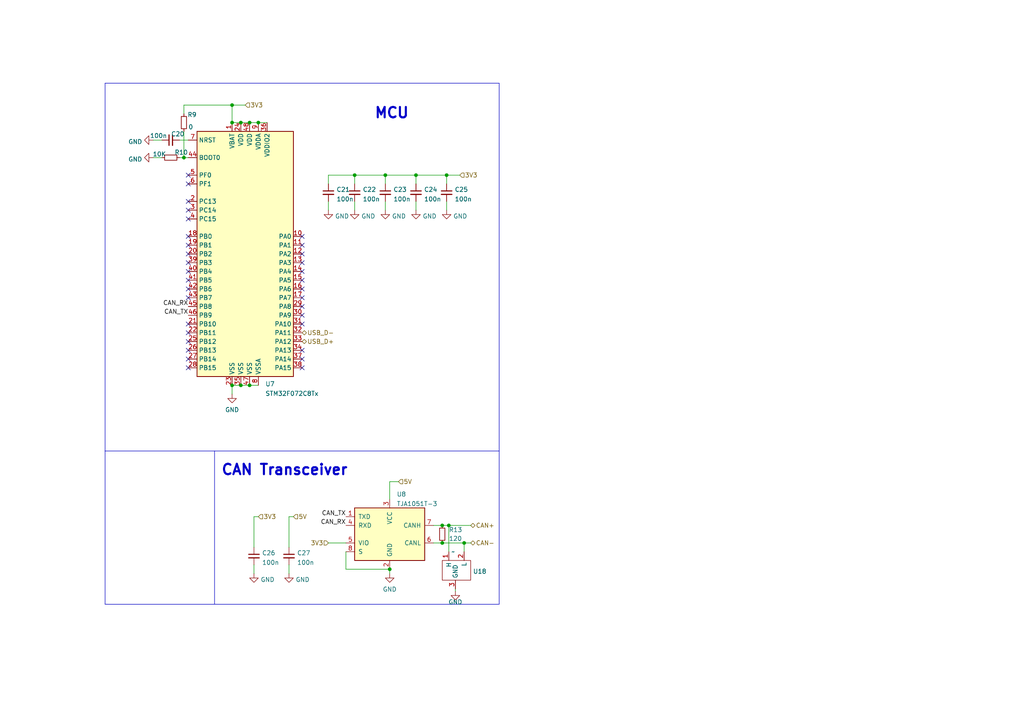
<source format=kicad_sch>
(kicad_sch (version 20230121) (generator eeschema)
  (paper "A4")
  (lib_symbols
    (symbol "Device:C_Small" (pin_numbers hide) (pin_names (offset 0.254) hide)
      (property "Reference" "C" (at 0.254 1.778 0))
      (property "Value" "C_Small" (at 0.254 -2.032 0))
      (symbol "C_Small_0_1"
        (polyline (pts (xy -1.524 -0.508) (xy 1.524 -0.508)) (stroke (width 0.3302)))
        (polyline (pts (xy -1.524 0.508) (xy 1.524 0.508)) (stroke (width 0.3048)))
      )
      (symbol "C_Small_1_1"
        (pin passive line (at 0 2.54 270) (length 2.032) (name "~") (number "1"))
        (pin passive line (at 0 -2.54 90) (length 2.032) (name "~") (number "2"))
      )
    )
    (symbol "Device:R_Small" (pin_numbers hide) (pin_names (offset 0.254) hide)
      (property "Reference" "R" (at 0.762 0.508 0))
      (property "Value" "R_Small" (at 0.762 -1.016 0))
      (symbol "R_Small_0_1"
        (rectangle (start -0.762 1.778) (end 0.762 -1.778) (stroke (width 0.2032)))
      )
      (symbol "R_Small_1_1"
        (pin passive line (at 0 2.54 270) (length 0.762) (name "~") (number "1"))
        (pin passive line (at 0 -2.54 90) (length 0.762) (name "~") (number "2"))
      )
    )
    (symbol "Extra IC:PESD1CAN"
      (property "Reference" "U" (at 3.81 -5.08 0))
      (symbol "PESD1CAN_0_1"
        (rectangle (start -4.445 3.81) (end 3.81 -1.905))
      )
      (symbol "PESD1CAN_1_1"
        (pin input line (at -2.54 6.35 270) (length 2.54) (name "H") (number "1"))
        (pin input line (at 1.905 6.35 270) (length 2.54) (name "L") (number "2"))
        (pin power_out line (at -0.635 -4.445 90) (length 2.54) (name "GND") (number "3"))
      )
    )
    (symbol "Interface_CAN_LIN:TJA1051T-3" (pin_names (offset 1.016))
      (property "Reference" "U" (at -10.16 8.89 0))
      (property "Value" "TJA1051T-3" (at 1.27 8.89 0))
      (symbol "TJA1051T-3_0_1"
        (rectangle (start -10.16 7.62) (end 10.16 -7.62) (stroke (width 0.254)) (fill (type background)))
      )
      (symbol "TJA1051T-3_1_1"
        (pin input line (at -12.7 5.08 0) (length 2.54) (name "TXD") (number "1"))
        (pin power_in line (at 0 -10.16 90) (length 2.54) (name "GND") (number "2"))
        (pin power_in line (at 0 10.16 270) (length 2.54) (name "VCC") (number "3"))
        (pin output line (at -12.7 2.54 0) (length 2.54) (name "RXD") (number "4"))
        (pin power_in line (at -12.7 -2.54 0) (length 2.54) (name "VIO") (number "5"))
        (pin bidirectional line (at 12.7 -2.54 180) (length 2.54) (name "CANL") (number "6"))
        (pin bidirectional line (at 12.7 2.54 180) (length 2.54) (name "CANH") (number "7"))
        (pin input line (at -12.7 -5.08 0) (length 2.54) (name "S") (number "8"))
      )
    )
    (symbol "MCU_ST_STM32F0:STM32F072C8Tx"
      (property "Reference" "U" (at -15.24 36.83 0))
      (property "Value" "STM32F072C8Tx" (at 7.62 36.83 0))
      (symbol "STM32F072C8Tx_0_1"
        (rectangle (start -15.24 -35.56) (end 12.7 35.56) (stroke (width 0.254)) (fill (type background)))
      )
      (symbol "STM32F072C8Tx_1_1"
        (pin power_in line (at -5.08 38.1 270) (length 2.54) (name "VBAT") (number "1"))
        (pin bidirectional line (at 15.24 5.08 180) (length 2.54) (name "PA0") (number "10"))
        (pin bidirectional line (at 15.24 2.54 180) (length 2.54) (name "PA1") (number "11"))
        (pin bidirectional line (at 15.24 0 180) (length 2.54) (name "PA2") (number "12"))
        (pin bidirectional line (at 15.24 -2.54 180) (length 2.54) (name "PA3") (number "13"))
        (pin bidirectional line (at 15.24 -5.08 180) (length 2.54) (name "PA4") (number "14"))
        (pin bidirectional line (at 15.24 -7.62 180) (length 2.54) (name "PA5") (number "15"))
        (pin bidirectional line (at 15.24 -10.16 180) (length 2.54) (name "PA6") (number "16"))
        (pin bidirectional line (at 15.24 -12.7 180) (length 2.54) (name "PA7") (number "17"))
        (pin bidirectional line (at -17.78 5.08 0) (length 2.54) (name "PB0") (number "18"))
        (pin bidirectional line (at -17.78 2.54 0) (length 2.54) (name "PB1") (number "19"))
        (pin bidirectional line (at -17.78 15.24 0) (length 2.54) (name "PC13") (number "2"))
        (pin bidirectional line (at -17.78 0 0) (length 2.54) (name "PB2") (number "20"))
        (pin bidirectional line (at -17.78 -20.32 0) (length 2.54) (name "PB10") (number "21"))
        (pin bidirectional line (at -17.78 -22.86 0) (length 2.54) (name "PB11") (number "22"))
        (pin power_in line (at -5.08 -38.1 90) (length 2.54) (name "VSS") (number "23"))
        (pin power_in line (at -2.54 38.1 270) (length 2.54) (name "VDD") (number "24"))
        (pin bidirectional line (at -17.78 -25.4 0) (length 2.54) (name "PB12") (number "25"))
        (pin bidirectional line (at -17.78 -27.94 0) (length 2.54) (name "PB13") (number "26"))
        (pin bidirectional line (at -17.78 -30.48 0) (length 2.54) (name "PB14") (number "27"))
        (pin bidirectional line (at -17.78 -33.02 0) (length 2.54) (name "PB15") (number "28"))
        (pin bidirectional line (at 15.24 -15.24 180) (length 2.54) (name "PA8") (number "29"))
        (pin bidirectional line (at -17.78 12.7 0) (length 2.54) (name "PC14") (number "3"))
        (pin bidirectional line (at 15.24 -17.78 180) (length 2.54) (name "PA9") (number "30"))
        (pin bidirectional line (at 15.24 -20.32 180) (length 2.54) (name "PA10") (number "31"))
        (pin bidirectional line (at 15.24 -22.86 180) (length 2.54) (name "PA11") (number "32"))
        (pin bidirectional line (at 15.24 -25.4 180) (length 2.54) (name "PA12") (number "33"))
        (pin bidirectional line (at 15.24 -27.94 180) (length 2.54) (name "PA13") (number "34"))
        (pin power_in line (at -2.54 -38.1 90) (length 2.54) (name "VSS") (number "35"))
        (pin power_in line (at 5.08 38.1 270) (length 2.54) (name "VDDIO2") (number "36"))
        (pin bidirectional line (at 15.24 -30.48 180) (length 2.54) (name "PA14") (number "37"))
        (pin bidirectional line (at 15.24 -33.02 180) (length 2.54) (name "PA15") (number "38"))
        (pin bidirectional line (at -17.78 -2.54 0) (length 2.54) (name "PB3") (number "39"))
        (pin bidirectional line (at -17.78 10.16 0) (length 2.54) (name "PC15") (number "4"))
        (pin bidirectional line (at -17.78 -5.08 0) (length 2.54) (name "PB4") (number "40"))
        (pin bidirectional line (at -17.78 -7.62 0) (length 2.54) (name "PB5") (number "41"))
        (pin bidirectional line (at -17.78 -10.16 0) (length 2.54) (name "PB6") (number "42"))
        (pin bidirectional line (at -17.78 -12.7 0) (length 2.54) (name "PB7") (number "43"))
        (pin input line (at -17.78 27.94 0) (length 2.54) (name "BOOT0") (number "44"))
        (pin bidirectional line (at -17.78 -15.24 0) (length 2.54) (name "PB8") (number "45"))
        (pin bidirectional line (at -17.78 -17.78 0) (length 2.54) (name "PB9") (number "46"))
        (pin power_in line (at 0 -38.1 90) (length 2.54) (name "VSS") (number "47"))
        (pin power_in line (at 0 38.1 270) (length 2.54) (name "VDD") (number "48"))
        (pin input line (at -17.78 22.86 0) (length 2.54) (name "PF0") (number "5"))
        (pin input line (at -17.78 20.32 0) (length 2.54) (name "PF1") (number "6"))
        (pin input line (at -17.78 33.02 0) (length 2.54) (name "NRST") (number "7"))
        (pin power_in line (at 2.54 -38.1 90) (length 2.54) (name "VSSA") (number "8"))
        (pin power_in line (at 2.54 38.1 270) (length 2.54) (name "VDDA") (number "9"))
      )
    )
    (symbol "power:GND" (power) (pin_names (offset 0))
      (property "Value" "GND" (at 0 -3.81 0))
      (symbol "GND_0_1"
        (polyline (pts (xy 0 0) (xy 0 -1.27) (xy 1.27 -1.27) (xy 0 -2.54) (xy -1.27 -1.27) (xy 0 -1.27)))
      )
      (symbol "GND_1_1"
        (pin power_in line (at 0 0 270) (length 0) hide (name "GND") (number "1"))
      )
    )
  )
  (junction (at 69.85 35.56))
  (junction (at 129.54 50.8))
  (junction (at 134.62 157.48))
  (junction (at 69.85 111.76))
  (junction (at 128.27 152.4))
  (junction (at 67.31 111.76))
  (junction (at 130.175 152.4))
  (junction (at 67.31 30.48))
  (junction (at 120.65 50.8))
  (junction (at 74.93 35.56))
  (junction (at 72.39 111.76))
  (junction (at 113.03 165.1))
  (junction (at 72.39 35.56))
  (junction (at 102.87 50.8))
  (junction (at 111.76 50.8))
  (junction (at 128.27 157.48))
  (junction (at 53.34 45.72))
  (junction (at 67.31 35.56))
  (no_connect (at 54.61 96.52))
  (no_connect (at 87.63 106.68))
  (no_connect (at 87.63 76.2))
  (no_connect (at 54.61 106.68))
  (no_connect (at 54.61 101.6))
  (no_connect (at 87.63 83.82))
  (no_connect (at 54.61 99.06))
  (no_connect (at 87.63 101.6))
  (no_connect (at 87.63 104.14))
  (no_connect (at 87.63 91.44))
  (no_connect (at 87.63 86.36))
  (no_connect (at 87.63 81.28))
  (no_connect (at 87.63 88.9))
  (no_connect (at 54.61 104.14))
  (no_connect (at 87.63 73.66))
  (no_connect (at 87.63 78.74))
  (no_connect (at 54.61 93.98))
  (no_connect (at 54.61 53.34))
  (no_connect (at 54.61 58.42))
  (no_connect (at 54.61 60.96))
  (no_connect (at 54.61 63.5))
  (no_connect (at 54.61 68.58))
  (no_connect (at 54.61 81.28))
  (no_connect (at 54.61 83.82))
  (no_connect (at 54.61 86.36))
  (no_connect (at 54.61 50.8))
  (no_connect (at 54.61 71.12))
  (no_connect (at 54.61 73.66))
  (no_connect (at 54.61 76.2))
  (no_connect (at 54.61 78.74))
  (no_connect (at 87.63 68.58))
  (no_connect (at 87.63 71.12))
  (no_connect (at 87.63 93.98))
  (wire (pts (xy 132.08 171.45) (xy 132.08 170.815)))
  (wire (pts (xy 72.39 111.76) (xy 74.93 111.76)))
  (wire (pts (xy 113.03 165.1) (xy 113.03 166.37)))
  (wire (pts (xy 115.57 139.7) (xy 113.03 139.7)))
  (wire (pts (xy 129.54 50.8) (xy 133.35 50.8)))
  (polyline (pts (xy 30.48 130.81) (xy 144.78 130.81)))
  (wire (pts (xy 53.34 45.72) (xy 54.61 45.72)))
  (wire (pts (xy 113.03 139.7) (xy 113.03 144.78)))
  (wire (pts (xy 67.31 30.48) (xy 53.34 30.48)))
  (wire (pts (xy 95.25 50.8) (xy 95.25 53.34)))
  (wire (pts (xy 111.76 50.8) (xy 111.76 53.34)))
  (wire (pts (xy 95.25 157.48) (xy 100.33 157.48)))
  (wire (pts (xy 44.45 40.64) (xy 46.99 40.64)))
  (wire (pts (xy 100.33 165.1) (xy 113.03 165.1)))
  (wire (pts (xy 130.175 152.4) (xy 130.175 160.02)))
  (wire (pts (xy 69.85 111.76) (xy 72.39 111.76)))
  (wire (pts (xy 100.33 160.02) (xy 100.33 165.1)))
  (wire (pts (xy 67.31 35.56) (xy 69.85 35.56)))
  (polyline (pts (xy 30.48 24.13) (xy 30.48 130.81)))
  (wire (pts (xy 95.25 50.8) (xy 102.87 50.8)))
  (wire (pts (xy 125.73 152.4) (xy 128.27 152.4)))
  (wire (pts (xy 44.45 45.72) (xy 46.99 45.72)))
  (wire (pts (xy 74.93 149.86) (xy 73.66 149.86)))
  (wire (pts (xy 73.66 149.86) (xy 73.66 158.75)))
  (wire (pts (xy 53.34 30.48) (xy 53.34 33.02)))
  (polyline (pts (xy 30.48 130.81) (xy 30.48 175.26)))
  (polyline (pts (xy 144.78 130.81) (xy 144.78 24.13)))
  (wire (pts (xy 85.09 149.86) (xy 83.82 149.86)))
  (wire (pts (xy 102.87 50.8) (xy 111.76 50.8)))
  (wire (pts (xy 72.39 35.56) (xy 74.93 35.56)))
  (wire (pts (xy 53.34 38.1) (xy 53.34 45.72)))
  (wire (pts (xy 128.27 157.48) (xy 134.62 157.48)))
  (wire (pts (xy 52.07 45.72) (xy 53.34 45.72)))
  (wire (pts (xy 130.175 152.4) (xy 136.525 152.4)))
  (wire (pts (xy 120.65 50.8) (xy 120.65 53.34)))
  (wire (pts (xy 129.54 58.42) (xy 129.54 60.96)))
  (wire (pts (xy 67.31 30.48) (xy 67.31 35.56)))
  (wire (pts (xy 102.87 50.8) (xy 102.87 53.34)))
  (wire (pts (xy 95.25 58.42) (xy 95.25 60.96)))
  (wire (pts (xy 128.27 152.4) (xy 130.175 152.4)))
  (wire (pts (xy 134.62 157.48) (xy 134.62 160.02)))
  (polyline (pts (xy 30.48 175.26) (xy 144.78 175.26)))
  (wire (pts (xy 83.82 149.86) (xy 83.82 158.75)))
  (wire (pts (xy 102.87 58.42) (xy 102.87 60.96)))
  (wire (pts (xy 73.66 163.83) (xy 73.66 166.37)))
  (wire (pts (xy 67.31 111.76) (xy 67.31 114.3)))
  (wire (pts (xy 120.65 50.8) (xy 129.54 50.8)))
  (wire (pts (xy 74.93 35.56) (xy 77.47 35.56)))
  (wire (pts (xy 129.54 50.8) (xy 129.54 53.34)))
  (wire (pts (xy 83.82 163.83) (xy 83.82 166.37)))
  (wire (pts (xy 125.73 157.48) (xy 128.27 157.48)))
  (polyline (pts (xy 144.78 175.26) (xy 144.78 130.81)))
  (polyline (pts (xy 30.48 24.13) (xy 144.78 24.13)))
  (wire (pts (xy 52.07 40.64) (xy 54.61 40.64)))
  (wire (pts (xy 69.85 35.56) (xy 72.39 35.56)))
  (wire (pts (xy 111.76 58.42) (xy 111.76 60.96)))
  (wire (pts (xy 120.65 58.42) (xy 120.65 60.96)))
  (wire (pts (xy 71.12 30.48) (xy 67.31 30.48)))
  (polyline (pts (xy 62.23 130.81) (xy 62.23 175.26)))
  (wire (pts (xy 134.62 157.48) (xy 136.525 157.48)))
  (wire (pts (xy 111.76 50.8) (xy 120.65 50.8)))
  (wire (pts (xy 67.31 111.76) (xy 69.85 111.76)))
  (text "CAN Transceiver" (at 64.008 138.176 0) (effects (font (size 3 3) (thickness 0.6) bold) (justify left bottom)))
  (text "MCU" (at 108.458 34.671 0) (effects (font (size 3 3) (thickness 0.6) bold) (justify left bottom)))
  (label "CAN_TX" (at 100.33 149.86 180))
  (label "CAN_TX" (at 54.61 91.44 180))
  (label "CAN_RX" (at 54.61 88.9 180))
  (label "CAN_RX" (at 100.33 152.4 180))
  (hierarchical_label "3V3" (shape input) (at 71.12 30.48 0))
  (hierarchical_label "5V" (shape input) (at 115.57 139.7 0))
  (hierarchical_label "USB_D+" (shape bidirectional) (at 87.63 99.06 0))
  (hierarchical_label "USB_D-" (shape bidirectional) (at 87.63 96.52 0))
  (hierarchical_label "3V3" (shape input) (at 74.93 149.86 0))
  (hierarchical_label "5V" (shape input) (at 85.09 149.86 0))
  (hierarchical_label "3V3" (shape input) (at 95.25 157.48 180))
  (hierarchical_label "CAN-" (shape bidirectional) (at 136.525 157.48 0))
  (hierarchical_label "CAN+" (shape bidirectional) (at 136.525 152.4 0))
  (hierarchical_label "3V3" (shape input) (at 133.35 50.8 0))
  (symbol (lib_id "Device:C_Small") (at 120.65 55.88 0) (unit 1)
    (property "Reference" "C24" (at 122.9741 54.9778 0) (effects (justify left)))
    (property "Value" "100n" (at 122.9741 57.7529 0) (effects (justify left)))
    (property "Footprint" "Capacitor_SMD:C_0603_1608Metric" (effects hide))
    (instances (project "MainBoard" (path "" (reference "C24") (unit 1)) (path "" (reference "C43") (unit 1)) (path "" (reference "C51") (unit 1)) (path "" (reference "C11") (unit 1))))
  )
  (symbol (lib_id "power:GND") (at 44.45 45.72 270) (unit 1)
    (property "Reference" "#PWR041" (effects hide))
    (property "Value" "GND" (at 41.2751 46.199 90) (effects (justify right)))
    (instances (project "MainBoard" (path "" (reference "#PWR041") (unit 1)) (path "" (reference "#PWR075") (unit 1)) (path "" (reference "#PWR086") (unit 1)) (path "" (reference "#PWR022") (unit 1))))
  )
  (symbol (lib_id "power:GND") (at 102.87 60.96 0) (unit 1)
    (property "Reference" "#PWR043" (effects hide))
    (property "Value" "GND" (at 104.775 62.709 0) (effects (justify left)))
    (instances (project "MainBoard" (path "" (reference "#PWR043") (unit 1)) (path "" (reference "#PWR077") (unit 1)) (path "" (reference "#PWR088") (unit 1)) (path "" (reference "#PWR024") (unit 1))))
  )
  (symbol (lib_id "Interface_CAN_LIN:TJA1051T-3") (at 113.03 154.94 0) (unit 1)
    (property "Reference" "U8" (at 115.0494 143.3535 0) (effects (justify left)))
    (property "Value" "TJA1051T-3" (at 115.0494 146.1286 0) (effects (justify left)))
    (property "Footprint" "Package_SO:SOIC-8_3.9x4.9mm_P1.27mm" (effects hide))
    (property "Datasheet" "http://www.nxp.com/documents/data_sheet/TJA1051.pdf" (effects hide))
    (instances (project "MainBoard" (path "" (reference "U8") (unit 1)) (path "" (reference "U14") (unit 1)) (path "" (reference "U16") (unit 1)) (path "" (reference "U5") (unit 1))))
  )
  (symbol (lib_id "power:GND") (at 73.66 166.37 0) (unit 1)
    (property "Reference" "#PWR048" (effects hide))
    (property "Value" "GND" (at 75.565 168.119 0) (effects (justify left)))
    (instances (project "MainBoard" (path "" (reference "#PWR048") (unit 1)) (path "" (reference "#PWR082") (unit 1)) (path "" (reference "#PWR093") (unit 1)) (path "" (reference "#PWR029") (unit 1))))
  )
  (symbol (lib_id "power:GND") (at 95.25 60.96 0) (unit 1)
    (property "Reference" "#PWR042" (effects hide))
    (property "Value" "GND" (at 97.155 62.709 0) (effects (justify left)))
    (instances (project "MainBoard" (path "" (reference "#PWR042") (unit 1)) (path "" (reference "#PWR076") (unit 1)) (path "" (reference "#PWR087") (unit 1)) (path "" (reference "#PWR023") (unit 1))))
  )
  (symbol (lib_id "Device:C_Small") (at 111.76 55.88 0) (unit 1)
    (property "Reference" "C23" (at 114.0841 54.9778 0) (effects (justify left)))
    (property "Value" "100n" (at 114.0841 57.7529 0) (effects (justify left)))
    (property "Footprint" "Capacitor_SMD:C_0603_1608Metric" (effects hide))
    (instances (project "MainBoard" (path "" (reference "C23") (unit 1)) (path "" (reference "C42") (unit 1)) (path "" (reference "C50") (unit 1)) (path "" (reference "C10") (unit 1))))
  )
  (symbol (lib_id "power:GND") (at 120.65 60.96 0) (unit 1)
    (property "Reference" "#PWR045" (effects hide))
    (property "Value" "GND" (at 122.555 62.709 0) (effects (justify left)))
    (instances (project "MainBoard" (path "" (reference "#PWR045") (unit 1)) (path "" (reference "#PWR079") (unit 1)) (path "" (reference "#PWR090") (unit 1)) (path "" (reference "#PWR026") (unit 1))))
  )
  (symbol (lib_id "Extra IC:PESD1CAN") (at 132.715 166.37 0) (unit 1)
    (property "Reference" "U18" (at 137.16 165.7343 0) (effects (justify left)))
    (property "Value" "~" (at 131.445 160.02 0))
    (property "Footprint" "Package_TO_SOT_SMD:SOT-23-3" (effects hide))
    (instances (project "MainBoard" (path "" (reference "U18") (unit 1)) (path "" (reference "U19") (unit 1)) (path "" (reference "U20") (unit 1)) (path "" (reference "U21") (unit 1))) (project "USB2XXX" (path "" (reference "U10") (unit 1))))
  )
  (symbol (lib_id "power:GND") (at 44.45 40.64 270) (unit 1)
    (property "Reference" "#PWR040" (effects hide))
    (property "Value" "GND" (at 41.2751 41.119 90) (effects (justify right)))
    (instances (project "MainBoard" (path "" (reference "#PWR040") (unit 1)) (path "" (reference "#PWR074") (unit 1)) (path "" (reference "#PWR085") (unit 1)) (path "" (reference "#PWR021") (unit 1))))
  )
  (symbol (lib_id "power:GND") (at 113.03 166.37 0) (unit 1)
    (property "Reference" "#PWR050" (effects hide))
    (property "Value" "GND" (at 113.03 170.9325 0))
    (instances (project "MainBoard" (path "" (reference "#PWR050") (unit 1)) (path "" (reference "#PWR084") (unit 1)) (path "" (reference "#PWR095") (unit 1)) (path "" (reference "#PWR031") (unit 1))))
  )
  (symbol (lib_id "Device:C_Small") (at 102.87 55.88 0) (unit 1)
    (property "Reference" "C22" (at 105.1941 54.9778 0) (effects (justify left)))
    (property "Value" "100n" (at 105.1941 57.7529 0) (effects (justify left)))
    (property "Footprint" "Capacitor_SMD:C_0603_1608Metric" (effects hide))
    (instances (project "MainBoard" (path "" (reference "C22") (unit 1)) (path "" (reference "C41") (unit 1)) (path "" (reference "C49") (unit 1)) (path "" (reference "C9") (unit 1))))
  )
  (symbol (lib_id "Device:R_Small") (at 128.27 154.94 0) (unit 1)
    (property "Reference" "R13" (at 130.175 153.67 0) (effects (justify left)))
    (property "Value" "120" (at 130.175 156.21 0) (effects (justify left)))
    (property "Footprint" "Resistor_SMD:R_0603_1608Metric" (effects hide))
    (instances (project "MainBoard" (path "" (reference "R13") (unit 1)) (path "" (reference "R25") (unit 1)) (path "" (reference "R30") (unit 1)) (path "" (reference "R8") (unit 1))))
  )
  (symbol (lib_id "Device:R_Small") (at 53.34 35.56 180) (unit 1)
    (property "Reference" "R9" (at 54.356 33.274 0) (effects (justify right)))
    (property "Value" "0" (at 54.61 36.83 0) (effects (justify right)))
    (property "Footprint" "Resistor_SMD:R_0603_1608Metric" (effects hide))
    (instances (project "MainBoard" (path "" (reference "R9") (unit 1)) (path "" (reference "R21") (unit 1)) (path "" (reference "R26") (unit 1)) (path "" (reference "R4") (unit 1))))
  )
  (symbol (lib_id "power:GND") (at 67.31 114.3 0) (unit 1)
    (property "Reference" "#PWR047" (effects hide))
    (property "Value" "GND" (at 67.31 118.8625 0))
    (instances (project "MainBoard" (path "" (reference "#PWR047") (unit 1)) (path "" (reference "#PWR081") (unit 1)) (path "" (reference "#PWR092") (unit 1)) (path "" (reference "#PWR028") (unit 1))))
  )
  (symbol (lib_id "power:GND") (at 132.08 171.45 0) (unit 1)
    (property "Reference" "#PWR066" (effects hide))
    (property "Value" "GND" (at 132.08 174.625 0))
    (instances (project "MainBoard" (path "" (reference "#PWR066") (unit 1)) (path "" (reference "#PWR071") (unit 1)) (path "" (reference "#PWR096") (unit 1)) (path "" (reference "#PWR037") (unit 1))))
  )
  (symbol (lib_id "power:GND") (at 83.82 166.37 0) (unit 1)
    (property "Reference" "#PWR049" (effects hide))
    (property "Value" "GND" (at 85.725 168.119 0) (effects (justify left)))
    (instances (project "MainBoard" (path "" (reference "#PWR049") (unit 1)) (path "" (reference "#PWR083") (unit 1)) (path "" (reference "#PWR094") (unit 1)) (path "" (reference "#PWR030") (unit 1))))
  )
  (symbol (lib_id "Device:C_Small") (at 73.66 161.29 0) (unit 1)
    (property "Reference" "C26" (at 75.9841 160.3878 0) (effects (justify left)))
    (property "Value" "100n" (at 75.9841 163.1629 0) (effects (justify left)))
    (property "Footprint" "Capacitor_SMD:C_0603_1608Metric" (effects hide))
    (instances (project "MainBoard" (path "" (reference "C26") (unit 1)) (path "" (reference "C45") (unit 1)) (path "" (reference "C53") (unit 1)) (path "" (reference "C13") (unit 1))))
  )
  (symbol (lib_id "Device:C_Small") (at 95.25 55.88 0) (unit 1)
    (property "Reference" "C21" (at 97.5741 54.9778 0) (effects (justify left)))
    (property "Value" "100n" (at 97.5741 57.7529 0) (effects (justify left)))
    (property "Footprint" "Capacitor_SMD:C_0603_1608Metric" (effects hide))
    (instances (project "MainBoard" (path "" (reference "C21") (unit 1)) (path "" (reference "C40") (unit 1)) (path "" (reference "C48") (unit 1)) (path "" (reference "C8") (unit 1))))
  )
  (symbol (lib_id "Device:C_Small") (at 49.53 40.64 90) (unit 1)
    (property "Reference" "C20" (at 51.562 38.862 90))
    (property "Value" "100n" (at 45.974 39.37 90))
    (property "Footprint" "Capacitor_SMD:C_0603_1608Metric" (effects hide))
    (instances (project "MainBoard" (path "" (reference "C20") (unit 1)) (path "" (reference "C39") (unit 1)) (path "" (reference "C47") (unit 1)) (path "" (reference "C7") (unit 1))))
  )
  (symbol (lib_id "power:GND") (at 111.76 60.96 0) (unit 1)
    (property "Reference" "#PWR044" (effects hide))
    (property "Value" "GND" (at 113.665 62.709 0) (effects (justify left)))
    (instances (project "MainBoard" (path "" (reference "#PWR044") (unit 1)) (path "" (reference "#PWR078") (unit 1)) (path "" (reference "#PWR089") (unit 1)) (path "" (reference "#PWR025") (unit 1))))
  )
  (symbol (lib_id "Device:R_Small") (at 49.53 45.72 90) (unit 1)
    (property "Reference" "R10" (at 52.578 44.196 90))
    (property "Value" "10K" (at 46.228 44.704 90))
    (property "Footprint" "Resistor_SMD:R_0603_1608Metric" (effects hide))
    (instances (project "MainBoard" (path "" (reference "R10") (unit 1)) (path "" (reference "R22") (unit 1)) (path "" (reference "R27") (unit 1)) (path "" (reference "R5") (unit 1))))
  )
  (symbol (lib_id "Device:C_Small") (at 83.82 161.29 0) (unit 1)
    (property "Reference" "C27" (at 86.1441 160.3878 0) (effects (justify left)))
    (property "Value" "100n" (at 86.1441 163.1629 0) (effects (justify left)))
    (property "Footprint" "Capacitor_SMD:C_0603_1608Metric" (effects hide))
    (instances (project "MainBoard" (path "" (reference "C27") (unit 1)) (path "" (reference "C46") (unit 1)) (path "" (reference "C54") (unit 1)) (path "" (reference "C14") (unit 1))))
  )
  (symbol (lib_id "power:GND") (at 129.54 60.96 0) (unit 1)
    (property "Reference" "#PWR046" (effects hide))
    (property "Value" "GND" (at 131.445 62.709 0) (effects (justify left)))
    (instances (project "MainBoard" (path "" (reference "#PWR046") (unit 1)) (path "" (reference "#PWR080") (unit 1)) (path "" (reference "#PWR091") (unit 1)) (path "" (reference "#PWR027") (unit 1))))
  )
  (symbol (lib_id "MCU_ST_STM32F0:STM32F072C8Tx") (at 72.39 73.66 0) (unit 1)
    (property "Reference" "U7" (at 76.9494 111.3695 0) (effects (justify left)))
    (property "Value" "STM32F072C8Tx" (at 76.9494 114.1446 0) (effects (justify left)))
    (property "Footprint" "Package_QFP:LQFP-48_7x7mm_P0.5mm" (effects hide))
    (property "Datasheet" "http://www.st.com/st-web-ui/static/active/en/resource/technical/document/datasheet/DM00090510.pdf" (effects hide))
    (instances (project "MainBoard" (path "" (reference "U7") (unit 1)) (path "" (reference "U13") (unit 1)) (path "" (reference "U15") (unit 1)) (path "" (reference "U4") (unit 1))))
  )
  (symbol (lib_id "Device:C_Small") (at 129.54 55.88 0) (unit 1)
    (property "Reference" "C25" (at 131.8641 54.9778 0) (effects (justify left)))
    (property "Value" "100n" (at 131.8641 57.7529 0) (effects (justify left)))
    (property "Footprint" "Capacitor_SMD:C_0603_1608Metric" (effects hide))
    (instances (project "MainBoard" (path "" (reference "C25") (unit 1)) (path "" (reference "C44") (unit 1)) (path "" (reference "C52") (unit 1)) (path "" (reference "C12") (unit 1))))
  )
)
</source>
